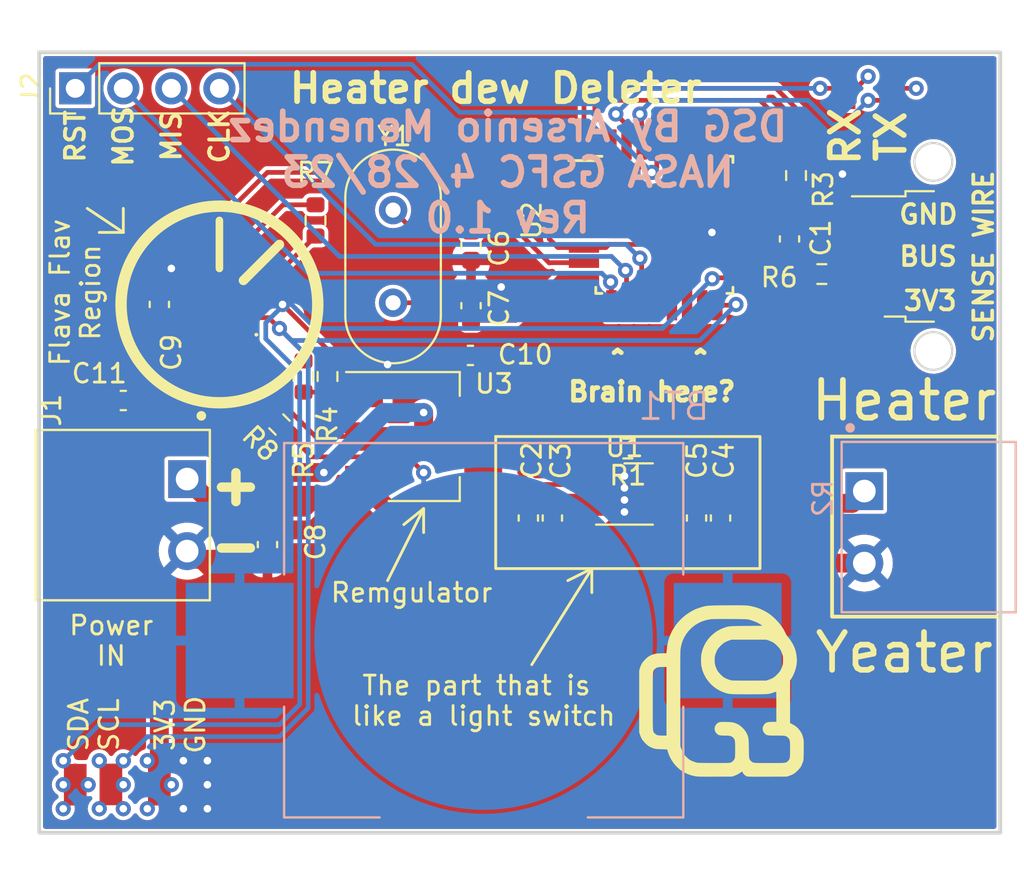
<source format=kicad_pcb>
(kicad_pcb (version 20211014) (generator pcbnew)

  (general
    (thickness 1.6)
  )

  (paper "A4")
  (layers
    (0 "F.Cu" signal)
    (31 "B.Cu" signal)
    (32 "B.Adhes" user "B.Adhesive")
    (33 "F.Adhes" user "F.Adhesive")
    (34 "B.Paste" user)
    (35 "F.Paste" user)
    (36 "B.SilkS" user "B.Silkscreen")
    (37 "F.SilkS" user "F.Silkscreen")
    (38 "B.Mask" user)
    (39 "F.Mask" user)
    (40 "Dwgs.User" user "User.Drawings")
    (41 "Cmts.User" user "User.Comments")
    (42 "Eco1.User" user "User.Eco1")
    (43 "Eco2.User" user "User.Eco2")
    (44 "Edge.Cuts" user)
    (45 "Margin" user)
    (46 "B.CrtYd" user "B.Courtyard")
    (47 "F.CrtYd" user "F.Courtyard")
    (48 "B.Fab" user)
    (49 "F.Fab" user)
    (50 "User.1" user)
    (51 "User.2" user)
    (52 "User.3" user)
    (53 "User.4" user)
    (54 "User.5" user)
    (55 "User.6" user)
    (56 "User.7" user)
    (57 "User.8" user)
    (58 "User.9" user)
  )

  (setup
    (stackup
      (layer "F.SilkS" (type "Top Silk Screen"))
      (layer "F.Paste" (type "Top Solder Paste"))
      (layer "F.Mask" (type "Top Solder Mask") (thickness 0.01))
      (layer "F.Cu" (type "copper") (thickness 0.035))
      (layer "dielectric 1" (type "core") (thickness 1.51) (material "FR4") (epsilon_r 4.5) (loss_tangent 0.02))
      (layer "B.Cu" (type "copper") (thickness 0.035))
      (layer "B.Mask" (type "Bottom Solder Mask") (thickness 0.01))
      (layer "B.Paste" (type "Bottom Solder Paste"))
      (layer "B.SilkS" (type "Bottom Silk Screen"))
      (copper_finish "ENIG")
      (dielectric_constraints no)
    )
    (pad_to_mask_clearance 0)
    (pcbplotparams
      (layerselection 0x00010fc_ffffffff)
      (disableapertmacros false)
      (usegerberextensions false)
      (usegerberattributes true)
      (usegerberadvancedattributes true)
      (creategerberjobfile true)
      (svguseinch false)
      (svgprecision 6)
      (excludeedgelayer true)
      (plotframeref false)
      (viasonmask false)
      (mode 1)
      (useauxorigin false)
      (hpglpennumber 1)
      (hpglpenspeed 20)
      (hpglpendiameter 15.000000)
      (dxfpolygonmode true)
      (dxfimperialunits true)
      (dxfusepcbnewfont true)
      (psnegative false)
      (psa4output false)
      (plotreference true)
      (plotvalue true)
      (plotinvisibletext false)
      (sketchpadsonfab false)
      (subtractmaskfromsilk false)
      (outputformat 1)
      (mirror false)
      (drillshape 1)
      (scaleselection 1)
      (outputdirectory "")
    )
  )

  (net 0 "")
  (net 1 "+3V3")
  (net 2 "/SCL")
  (net 3 "/SDA")
  (net 4 "/WakeAlarm")
  (net 5 "GND")
  (net 6 "Net-(BT1-Pad1)")
  (net 7 "+12V")
  (net 8 "Net-(C6-Pad2)")
  (net 9 "Net-(C7-Pad1)")
  (net 10 "unconnected-(U1-Pad1)")
  (net 11 "/HeaterCTL")
  (net 12 "unconnected-(U1-Pad9)")
  (net 13 "Net-(R1-Pad1)")
  (net 14 "/MOSI")
  (net 15 "/MISO")
  (net 16 "/CLK")
  (net 17 "unconnected-(U2-Pad12)")
  (net 18 "unconnected-(U2-Pad13)")
  (net 19 "unconnected-(U2-Pad14)")
  (net 20 "unconnected-(U2-Pad15)")
  (net 21 "unconnected-(U2-Pad19)")
  (net 22 "unconnected-(U2-Pad20)")
  (net 23 "unconnected-(U2-Pad22)")
  (net 24 "unconnected-(U2-Pad23)")
  (net 25 "unconnected-(U2-Pad24)")
  (net 26 "unconnected-(U2-Pad25)")
  (net 27 "unconnected-(U2-Pad26)")
  (net 28 "unconnected-(U2-Pad27)")
  (net 29 "unconnected-(U2-Pad28)")
  (net 30 "/TEMPSense")
  (net 31 "/Heater")
  (net 32 "/Reset")
  (net 33 "/TX")
  (net 34 "/RX")
  (net 35 "unconnected-(1111-Pad4)")
  (net 36 "Net-(R7-Pad1)")
  (net 37 "unconnected-(1111-Pad9)")
  (net 38 "Net-(R8-Pad2)")

  (footprint "Capacitor_SMD:C_0603_1608Metric" (layer "F.Cu") (at 107.95 116.205 -90))

  (footprint "Package_TO_SOT_SMD:SOT-223-3_TabPin2" (layer "F.Cu") (at 121.92 123.19))

  (footprint "Connector_PinHeader_2.54mm:PinHeader_1x04_P2.54mm_Vertical" (layer "F.Cu") (at 103.505 104.775 90))

  (footprint "Capacitor_SMD:C_0603_1608Metric" (layer "F.Cu") (at 106.045 121.285))

  (footprint "footprints:10mm Crewmate" (layer "F.Cu") (at 138.43 136.525))

  (footprint "Package_QFP:TQFP-32_7x7mm_P0.8mm" (layer "F.Cu") (at 134.645 111.995))

  (footprint "Generic:RX8130CE" (layer "F.Cu") (at 111.125 116.205 90))

  (footprint (layer "F.Cu") (at 109.842482 141.598741 90))

  (footprint "Capacitor_SMD:C_0603_1608Metric" (layer "F.Cu") (at 127.455 127.5 -90))

  (footprint "Resistor_SMD:R_0603_1608Metric" (layer "F.Cu") (at 115.57 120.015 -90))

  (footprint "Resistor_SMD:R_0603_1608Metric" (layer "F.Cu") (at 114.3 122.555 135))

  (footprint "Resistor_SMD:R_0603_1608Metric" (layer "F.Cu") (at 142.968648 114.59781 180))

  (footprint "Capacitor_SMD:C_0603_1608Metric" (layer "F.Cu") (at 124.425 116.27 90))

  (footprint "Capacitor_SMD:C_0603_1608Metric" (layer "F.Cu") (at 141.26 112.74 90))

  (footprint "Capacitor_SMD:C_0603_1608Metric" (layer "F.Cu") (at 124.425 113.095 90))

  (footprint "Generic:TO-252-3_Cable" (layer "F.Cu") (at 149.86 113.665))

  (footprint "Resistor_SMD:R_0603_1608Metric" (layer "F.Cu") (at 116.84 120.015 -90))

  (footprint (layer "F.Cu") (at 144.145 104.775 90))

  (footprint "Capacitor_SMD:C_0603_1608Metric" (layer "F.Cu") (at 124.392443 118.89983 180))

  (footprint "Resistor_SMD:R_0603_1608Metric" (layer "F.Cu") (at 141.605 109.386483 -90))

  (footprint "footprints:PHOENIX_1803277" (layer "F.Cu") (at 109.42 127.34525 -90))

  (footprint (layer "F.Cu") (at 103.505 141.605 90))

  (footprint "Capacitor_SMD:C_0603_1608Metric" (layer "F.Cu") (at 113.665 128.905 90))

  (footprint (layer "F.Cu") (at 107.95 141.605 90))

  (footprint "Resistor_SMD:R_0603_1608Metric" (layer "F.Cu") (at 132.715 123.825 180))

  (footprint "Crystal:Crystal_HC18-U_Vertical" (layer "F.Cu") (at 120.305 116.115 90))

  (footprint (layer "F.Cu") (at 146.685 104.775 90))

  (footprint (layer "F.Cu") (at 105.389311 141.589753 90))

  (footprint "Capacitor_SMD:C_0603_1608Metric" (layer "F.Cu") (at 128.725 127.5 -90))

  (footprint "Capacitor_SMD:C_0603_1608Metric" (layer "F.Cu") (at 136.345 127.5 -90))

  (footprint "Package_DFN_QFN:DFN-10-1EP_3x3mm_P0.5mm_EP1.75x2.7mm" (layer "F.Cu") (at 132.535 126.23))

  (footprint "Capacitor_SMD:C_0603_1608Metric" (layer "F.Cu") (at 137.615 127.5 -90))

  (footprint "Resistor_SMD:R_0603_1608Metric" (layer "F.Cu") (at 116.205 111.76 90))

  (footprint "footprints:PHOENIX_1803277" (layer "B.Cu") (at 145.215 127.98025 -90))

  (footprint "Generic:BAT_BAT-HLD-003-SMT" (layer "B.Cu") (at 125.095 133.985 180))

  (gr_rect (start 125.73 123.19) (end 139.7 130.175) (layer "F.SilkS") (width 0.15) (fill none) (tstamp 1ae68868-6484-4b40-9c5f-761ddd006efa))
  (gr_line (start 121.92 127) (end 121.92 128.27) (layer "F.SilkS") (width 0.15) (tstamp 2d58ad45-cbb3-42e4-8475-5870310b74ca))
  (gr_line (start 106.045 112.395) (end 106.045 111.125) (layer "F.SilkS") (width 0.15) (tstamp 428f9b41-3c9b-4f6a-9549-8fd4b4507c91))
  (gr_line (start 106.045 112.395) (end 104.775 112.395) (layer "F.SilkS") (width 0.15) (tstamp 4ceb3c01-beda-419d-af84-ac2de1819020))
  (gr_circle (center 111.125 116.205) (end 116.325 116.205) (layer "F.SilkS") (width 0.6) (fill none) (tstamp 58b1d330-6123-43da-bce8-501296f59d94))
  (gr_line (start 111.125 114.3) (end 111.125 111.76) (layer "F.SilkS") (width 0.4) (tstamp 6cafa47c-d77f-4a3e-9fd4-ebe61cea46af))
  (gr_line (start 121.92 127) (end 120.015 130.81) (layer "F.SilkS") (width 0.15) (tstamp 7e0efd25-c629-467a-b17f-b7cab7f914c7))
  (gr_line (start 112.395 114.935) (end 114.3 113.03) (layer "F.SilkS") (width 0.5) (tstamp b3bc8025-392c-4c6a-a6c6-0b674bf4efaf))
  (gr_rect (start 143.51 123.19) (end 152.4 132.715) (layer "F.SilkS") (width 0.2) (fill none) (tstamp bb7547d4-a8cc-452c-a040-042465f2ea4d))
  (gr_line (start 130.81 130.175) (end 129.54 130.81) (layer "F.SilkS") (width 0.15) (tstamp c77487cb-f852-4d46-bce2-5141ad17de6a))
  (gr_line (start 130.81 130.175) (end 127.635 135.255) (layer "F.SilkS") (width 0.15) (tstamp cd947ce6-5f1d-4c23-8c2b-2e1e7fda4810))
  (gr_line (start 104.14 111.125) (end 106.045 112.395) (layer "F.SilkS") (width 0.15) (tstamp d20f1979-df24-4ea0-a588-b02946759920))
  (gr_line (start 121.92 127) (end 120.87237 127.847772) (layer "F.SilkS") (width 0.15) (tstamp daf7f923-0688-493a-98cb-9b0ebc0a485f))
  (gr_line (start 130.81 130.175) (end 130.81 131.445) (layer "F.SilkS") (width 0.15) (tstamp dfb081c0-5772-4d83-8820-4eacb40adc81))
  (gr_rect (start 101.6 102.87) (end 152.4 144.145) (layer "Edge.Cuts") (width 0.2) (fill none) (tstamp a9e565d4-c67c-473d-9359-1b94f048013b))
  (gr_text "DSG By Arsenio Menendez\nNASA GSFC 4/28/23\nRev 1.0" (at 126.365 109.22) (layer "B.SilkS") (tstamp 1fbf56cb-9120-4038-ba19-273afe4320c3)
    (effects (font (size 1.5 1.5) (thickness 0.3)) (justify mirror))
  )
  (gr_text "SENSE WIRE\n" (at 151.520956 113.672272 90) (layer "F.SilkS") (tstamp 095617bb-d3cd-414c-a7c8-2511aa640cef)
    (effects (font (size 1 1) (thickness 0.2)))
  )
  (gr_text " ^     ^\nBrain here?" (at 133.985 120.015) (layer "F.SilkS") (tstamp 106611d3-f661-4762-9f4b-af19dafb1e6f)
    (effects (font (size 1 1) (thickness 0.25)))
  )
  (gr_text "The part that is \nlike a light switch" (at 125.095 137.16) (layer "F.SilkS") (tstamp 19f71b4c-fe6e-4580-9455-159a1103ce9f)
    (effects (font (size 1 1) (thickness 0.15)))
  )
  (gr_text "Heater dew Deleter\n" (at 125.73 104.775) (layer "F.SilkS") (tstamp 1dd10a18-6c08-4a8b-aa8c-d3f3e87c3162)
    (effects (font (size 1.5 1.5) (thickness 0.3)))
  )
  (gr_text "Remgulator\n" (at 121.285 131.445) (layer "F.SilkS") (tstamp 1f91de75-48b4-4293-bcb0-e46d3b007c05)
    (effects (font (size 1 1) (thickness 0.15)))
  )
  (gr_text "Yeater" (at 147.32 134.62) (layer "F.SilkS") (tstamp 2a1bb463-7824-4233-985a-46fc30e27975)
    (effects (font (size 2 2) (thickness 0.3)))
  )
  (gr_text "GND\n" (at 148.600668 111.444681) (layer "F.SilkS") (tstamp 33ee6a1f-e628-4cbb-aef4-ec0d1bf0b569)
    (effects (font (size 1 1) (thickness 0.2)))
  )
  (gr_text "CLK\n" (at 111.125 107.315 90) (layer "F.SilkS") (tstamp 43fa0094-1e8f-4a24-95d8-357fd40b901c)
    (effects (font (size 1 1) (thickness 0.2)))
  )
  (gr_text "RX\nTX" (at 145.415 107.315 90) (layer "F.SilkS") (tstamp 773127eb-8d3c-4aa3-986f-67ee4e55d416)
    (effects (font (size 1.5 1.5) (thickness 0.3)))
  )
  (gr_text "3V3" (at 148.697639 116.012028) (layer "F.SilkS") (tstamp 98dc15b0-fea5-44cd-b6b0-1ec23288f77e)
    (effects (font (size 1 1) (thickness 0.2)))
  )
  (gr_text "MOS\n" (at 106.045 107.315 90) (layer "F.SilkS") (tstamp a3af2cec-22a2-4383-9678-7aa3e7f4567c)
    (effects (font (size 1 1) (thickness 0.2)))
  )
  (gr_text "Power\nIN" (at 105.41 133.985) (layer "F.SilkS") (tstamp a81abc75-8ba8-43f8-9a59-323e5c855fc6)
    (effects (font (size 1 1) (thickness 0.15)))
  )
  (gr_text "MIS\n" (at 108.585 107.315 90) (layer "F.SilkS") (tstamp bbcca7aa-036c-4bcd-b18b-186776def524)
    (effects (font (size 1 1) (thickness 0.2)))
  )
  (gr_text "3V3\nGND\n\n" (at 109.855 138.43 90) (layer "F.SilkS") (tstamp cd27c6c6-5abe-4515-8b55-0009ce89610a)
    (effects (font (size 1 1) (thickness 0.15)))
  )
  (gr_text "BUS\n" (at 148.59 113.665) (layer "F.SilkS") (tstamp cfbd28b7-da3a-428b-816f-9bae776da58d)
    (effects (font (size 1 1) (thickness 0.2)))
  )
  (gr_text "SDA\nSCL\n" (at 104.487575 138.43 90) (layer "F.SilkS") (tstamp d3b1973c-3ec6-4421-a552-e57665a4f521)
    (effects (font (size 1 1) (thickness 0.15)))
  )
  (gr_text "RST" (at 103.505 107.315 90) (layer "F.SilkS") (tstamp d3bec098-df8a-4bae-af8b-e3db7734ba3b)
    (effects (font (size 1 1) (thickness 0.2)))
  )
  (gr_text "+\n-" (at 111.997741 127.339561) (layer "F.SilkS") (tstamp e4e37506-3eb6-4bc3-b6bb-649d22e6676d)
    (effects (font (size 2 2) (thickness 0.5)))
  )
  (gr_text "Flava Flav\nRegion" (at 103.505 115.57 90) (layer "F.SilkS") (tstamp f43a46d2-d25e-47f1-91d4-14b00dccf693)
    (effects (font (size 1 1) (thickness 0.15)))
  )

  (segment (start 141.605 110.211483) (end 142.24 110.846483) (width 0.25) (layer "F.Cu") (net 1) (tstamp 02de2a4d-f341-466c-8743-3b0519a18157))
  (segment (start 141.26 115.225) (end 141.98 115.945) (width 0.25) (layer "F.Cu") (net 1) (tstamp 03927eb6-4d84-40e3-bffa-ed84b9fa8116))
  (segment (start 137.734695 113.995) (end 138.895 113.995) (width 0.25) (layer "F.Cu") (net 1) (tstamp 16664021-e31a-4b60-b1b9-4900a4665ccd))
  (segment (start 118.11 123.19) (end 118.77 123.19) (width 0.25) (layer "F.Cu") (net 1) (tstamp 16e5bb06-8033-4441-9482-da63d61ff29e))
  (segment (start 130.395 111.595) (end 129.07 111.595) (width 0.25) (layer "F.Cu") (net 1) (tstamp 177f2483-c5f7-453c-8575-071ca13c3d06))
  (segment (start 116.84 121.92) (end 118.11 123.19) (width 0.25) (layer "F.Cu") (net 1) (tstamp 1926904e-8061-4dff-8e70-c27ae1fea71a))
  (segment (start 139.7 119.38) (end 143.135 115.945) (width 1) (layer "F.Cu") (net 1) (tstamp 1a98c209-116f-4b32-907f-5bb645980e58))
  (segment (start 128.56 112.74) (end 129.015 113.195) (width 0.25) (layer "F.Cu") (net 1) (tstamp 1b29306c-54b8-4226-9e69-8c851932a901))
  (segment (start 112.125 119.11) (end 116.205 123.19) (width 0.25) (layer "F.Cu") (net 1) (tstamp 1ebcfb81-b6b9-4692-88ec-a63c6c9b1fab))
  (segment (start 107.95 141.605) (end 108.585 141.605) (width 0.25) (layer "F.Cu") (net 1) (tstamp 1f0a645a-a7ab-4373-af0c-b5aeeef6b401))
  (segment (start 111.425 117.755) (end 112.125 117.755) (width 0.25) (layer "F.Cu") (net 1) (tstamp 1fa5bba3-940c-4a3c-9671-e820e1a6ede7))
  (segment (start 107.95 141.605) (end 107.95 142.24) (width 0.25) (layer "F.Cu") (net 1) (tstamp 26ecb052-5d45-4327-aa24-d6aefbc9c75a))
  (segment (start 108.725 116.205) (end 107.95 116.98) (width 0.25) (layer "F.Cu") (net 1) (tstamp 29f703b1-9f1f-4e7c-9844-eb47544fe728))
  (segment (start 143.135 115.945) (end 145.66 115.945) (width 1) (layer "F.Cu") (net 1) (tstamp 2a943998-dbd6-42ef-b1c4-dc987e74cf4b))
  (segment (start 115.57 120.84) (end 116.84 120.84) (width 0.25) (layer "F.Cu") (net 1) (tstamp 2c2fb183-7b2c-40ba-8e4d-4713d8eb2a77))
  (segment (start 112.125 117.755) (end 112.125 119.11) (width 0.25) (layer "F.Cu") (net 1) (tstamp 2e293647-e13a-4585-b6da-432837bc48e2))
  (segment (start 125.07 123.19) (end 125.07 121.945) (width 1) (layer "F.Cu") (net 1) (tstamp 2f987ebb-8305-4259-89cb-1beb3aec4e37))
  (segment (start 110.125 116.205) (end 108.725 116.205) (width 0.25) (layer "F.Cu") (net 1) (tstamp 34d6e46e-bf59-4ae2-b22a-f9f559275160))
  (segment (start 131.555 113.195) (end 131.72 113.03) (width 0.25) (layer "F.Cu") (net 1) (tstamp 3789c15a-422b-4b6a-98bc-80d4432dfe74))
  (segment (start 141.26 113.515) (end 141.26 115.225) (width 0.25) (layer "F.Cu") (net 1) (tstamp 42a67741-fa16-4cf4-b0db-fbbed9084d48))
  (segment (start 141.98 115.945) (end 145.66 115.945) (width 0.25) (layer "F.Cu") (net 1) (tstamp 49c50441-b330-4c91-9a0d-b1cbff1be9d8))
  (segment (start 129.015 113.195) (end 130.395 113.195) (width 0.25) (layer "F.Cu") (net 1) (tstamp 4fc091a4-2519-48c5-a95b-a20b888d869a))
  (segment (start 142.24 110.846483) (end 142.24 112.7125) (width 0.25) (layer "F.Cu") (net 1) (tstamp 501af236-1da4-468b-b2e0-3fd21381d3e5))
  (segment (start 142.143648 114.59781) (end 142.143648 114.953648) (width 0.25) (layer "F.Cu") (net 1) (tstamp 52403162-3912-4136-982b-6390e2c2870d))
  (segment (start 142.143648 114.953648) (end 143.135 115.945) (width 0.25) (layer "F.Cu") (net 1) (tstamp 52b28707-fc2b-413f-b79f-250d18e7fc8a))
  (segment (start 116.645 125.095) (end 113.03 125.095) (width 1) (layer "F.Cu") (net 1) (tstamp 545b26f6-ae29-4925-8305-7a5b247fc9c4))
  (segment (start 116.84 120.84) (end 116.84 121.92) (width 0.25) (layer "F.Cu") (net 1) (tstamp 5636104d-82f6-4876-a8e5-3cb80c47cc3c))
  (segment (start 107.95 141.605) (end 107.95 140.97) (width 0.25) (layer "F.Cu") (net 1) (tstamp 569dd861-61de-4fb6-a0d9-dbfaebd307a9))
  (segment (start 140.78 113.995) (end 138.895 113.995) (width 0.25) (layer "F.Cu") (net 1) (tstamp 573d763e-c5c4-4a25-8a19-3360c1323965))
  (segment (start 128.56 112.105) (end 128.56 112.74) (width 0.25) (layer "F.Cu") (net 1) (tstamp 5c24ba06-f74b-4975-8586-ef0def46c30d))
  (segment (start 127.635 119.38) (end 139.7 119.38) (width 1) (layer "F.Cu") (net 1) (tstamp 5cb97b10-79e7-4a0b-9671-06abf0f97d17))
  (segment (start 107.95 140.97) (end 107.315 140.335) (width 0.25) (layer "F.Cu") (net 1) (tstamp 656c1366-3d31-4d4a-b86e-afed31829dae))
  (segment (start 142.24 112.7125) (end 141.4375 113.515) (width 0.25) (layer "F.Cu") (net 1) (tstamp 6f138362-8faa-4f40-a7b7-73b7e22a294c))
  (segment (start 131.72 113.03) (end 136.769695 113.03) (width 0.25) (layer "F.Cu") (net 1) (tstamp 764771cf-031c-43f9-bc5e-098212c1f871))
  (segment (start 125.167443 118.89983) (end 125.07 118.997273) (width 0.25) (layer "F.Cu") (net 1) (tstamp 7ce47434-d177-46ff-8965-47352fbfead1))
  (segment (start 125.07 118.997273) (end 125.07 123.19) (width 0.25) (layer "F.Cu") (net 1) (tstamp 8070bcd7-15af-4cc9-9073-e0f65f034397))
  (segment (start 107.95 122.555) (end 106.68 123.825) (width 1) (layer "F.Cu") (net 1) (tstamp 90719eb9-aa1b-43ee-99af-e3a73c092d7f))
  (segment (start 111.125 114.3) (end 114.49 110.935) (width 0.25) (layer "F.Cu") (net 1) (tstamp 9209f263-1bd1-46f7-a5b1-e58359025a36))
  (segment (start 106.68 136.525) (end 107.95 137.795) (width 1) (layer "F.Cu") (net 1) (tstamp 9a303b15-01a8-41dc-9716-a14f44fee21d))
  (segment (start 136.769695 113.03) (end 137.734695 113.995) (width 0.25) (layer "F.Cu") (net 1) (tstamp 9e5ca773-1e20-447a-aa88-cbaa2cbcfdf4))
  (segment (start 107.95 142.24) (end 107.315 142.875) (width 0.25) (layer "F.Cu") (net 1) (tstamp a39adc1a-4b3c-4d00-909d-a2c9f363f9e2))
  (segment (start 118.77 123.19) (end 121.92 123.19) (width 1) (layer "F.Cu") (net 1) (tstamp acba2a75-b1cd-43b9-a3d2-9dc3f04714e7))
  (segment (start 107.95 137.795) (end 107.95 141.605) (width 1) (layer "F.Cu") (net 1) (tstamp b0e39cd4-2f5d-4a3f-8a6d-7c32b53191d9))
  (segment (start 106.68 123.825) (end 106.68 136.525) (width 1) (layer "F.Cu") (net 1) (tstamp b51f5e3a-ada4-4b40-9dfe-d47459e0620d))
  (segment (start 130.395 113.195) (end 131.555 113.195) (width 0.25) (layer "F.Cu") (net 1) (tstamp b6f3bc2f-de7c-4c63-95c0-6373dd7d0c7c))
  (segment (start 110.125 116.205) (end 110.725 116.205) (width 0.25) (layer "F.Cu") (net 1) (tstamp b997c9ff-864a-4089-88dd-f96aabe4122f))
  (segment (start 111.125 116.605) (end 111.125 117.455) (width 0.25) (layer "F.Cu") (net 1) (tstamp bb242cd0-bd1a-447a-9788-d4511fc2c4fb))
  (segment (start 111.125 115.905) (end 111.125 114.3) (width 0.25) (layer "F.Cu") (net 1) (tstamp be551091-c995-410a-9a71-066c210d292b))
  (segment (start 121.92 123.19) (end 121.92 121.92) (width 1) (layer "F.Cu") (net 1) (tstamp c113a7ab-3ca9-4924-8b2b-b2d2a9283747))
  (segment (start 113.03 125.095) (end 110.49 122.555) (width 1) (layer "F.Cu") (net 1) (tstamp c23d17bd-aa01-40f4-b067-8e171d95cea0))
  (segment (start 121.92 123.19) (end 125.07 123.19) (width 1) (layer "F.Cu") (net 1) (tstamp c491fe76-e50d-4dc6-a164-b909b00166ba))
  (segment (start 114.49 110.935) (end 116.205 110.935) (width 0.25) (layer "F.Cu") (net 1) (tstamp c6c71e12-9873-42a1-bce6-cc761c0c6e7a))
  (segment (start 110.725 116.205) (end 111.125 116.605) (width 0.25) (layer "F.Cu") (net 1) (tstamp cfcfe9c3-4fcb-4c86-ae23-061f0b03901e))
  (segment (start 141.4375 113.515) (end 141.26 113.515) (width 0.25) (layer "F.Cu") (net 1) (tstamp d2e3f70d-19fa-4e84-af13-63001a23d383))
  (segment (start 111.125 117.455) (end 111.425 117.755) (width 0.25) (layer "F.Cu") (net 1) (tstamp d2ffb375-8445-4bf1-8927-b0b768aea52d))
  (segment (start 141.26 113.515) (end 140.78 113.995) (width 0.25) (layer "F.Cu") (net 1) (tstamp d392d5ed-7753-455d-a9ab-c34ce1c09e1f))
  (segment (start 110.49 122.555) (end 107.95 122.555) (width 1) (layer "F.Cu") (net 1) (tstamp e1415b1f-86ca-4078-b8d6-af031bb9c094))
  (segment (start 110.125 116.205) (end 110.825 116.205) (width 0.25) (layer "F.Cu") (net 1) (tstamp e6efd58d-51dc-45fe-9192-5f490f593891))
  (segment (start 116.205 123.19) (end 118.77 123.19) (width 0.25) (layer "F.Cu") (net 1) (tstamp f2d3dcb2-246d-4c0d-b69f-79169faa214f))
  (segment (start 110.825 116.205) (end 111.125 115.905) (width 0.25) (layer "F.Cu") (net 1) (tstamp f74b393c-f997-4401-a9ae-1bfea28efbc9))
  (segment (start 125.07 121.945) (end 127.635 119.38) (width 1) (layer "F.Cu") (net 1) (tstamp f797b994-037b-407e-aaac-ba74e12df455))
  (segment (start 129.07 111.595) (end 128.56 112.105) (width 0.25) (layer "F.Cu") (net 1) (tstamp fca12f10-42fe-4ff9-8c2d-c98054ae7a2e))
  (via (at 108.585 141.605) (size 0.8) (drill 0.4) (layers "F.Cu" "B.Cu") (net 1) (tstamp 0019803e-8d83-4919-b2bd-2eba7d341cf1))
  (via (at 107.315 142.875) (size 0.8) (drill 0.4) (layers "F.Cu" "B.Cu") (net 1) (tstamp 26623500-0bba-4200-a268-5ea7e5d116f5))
  (via (at 116.645 125.095) (size 0.8) (drill 0.4) (layers "F.Cu" "B.Cu") (net 1) (tstamp 521e410f-9247-40e2-b5b1-382d1ce7665e))
  (via (at 107.315 140.335) (size 0.8) (drill 0.4) (layers "F.Cu" "B.Cu") (net 1) (tstamp af4e2cdb-8b09-4bb9-8535-780fcdbac661))
  (via (at 121.92 121.92) (size 0.8) (drill 0.4) (layers "F.Cu" "B.Cu") (net 1) (tstamp b6376865-2789-42b7-8614-591e3c704af7))
  (segment (start 121.92 121.92) (end 119.82 121.92) (width 1) (layer "B.Cu") (net 1) (tstamp d05af424-bcd7-4e20-b43d-4f60c419488a))
  (segment (start 119.82 121.92) (end 116.645 125.095) (width 1) (layer "B.Cu") (net 1) (tstamp fcb9a3bf-b5b0-4186-b98a-7653b9e3707a))
  (segment (start 105.389311 142.260689) (end 104.775 142.875) (width 0.25) (layer "F.Cu") (net 2) (tstamp 0dc656d5-c7e8-4010-bf34-ecd890956891))
  (segment (start 106.029753 141.589753) (end 106.045 141.605) (width 0.25) (layer "F.Cu") (net 2) (tstamp 1001414f-fa16-4a75-a815-fe1ca14eaf71))
  (segment (start 115.57 119.19) (end 115.57 118.745) (width 0.25) (layer "F.Cu") (net 2) (tstamp 2b9b82d6-f066-4e0e-86f3-669414bb7467))
  (segment (start 137.445 116.245) (end 138.39 116.245) (width 0.25) (layer "F.Cu") (net 2) (tstamp 708f71cb-5f54-46ef-9da4-9fb56fd7c44c))
  (segment (start 105.389311 142.219311) (end 106.045 142.875) (width 0.25) (layer "F.Cu") (net 2) (tstamp 767bd768-2b2c-4a32-b0a5-d1587aaa4863))
  (segment (start 105.389311 140.990689) (end 106.045 140.335) (width 0.25) (layer "F.Cu") (net 2) (tstamp 77b8b631-fa9e-4090-a232-f1c490eb02f1))
  (segment (start 105.389311 141.589753) (end 105.389311 142.219311) (width 0.25) (layer "F.Cu") (net 2) (tstamp 7c9707a0-de69-447a-88d0-34a18168be06))
  (segment (start 112.125 116.905) (end 113.73 116.905) (width 0.25) (layer "F.Cu") (net 2) (tstamp 8635d184-d194-46fa-8d9b-668e4a2536b2))
  (segment (start 105.389311 141.589753) (end 105.389311 140.990689) (width 0.25) (layer "F.Cu") (net 2) (tstamp 88a8d1a5-14ec-4756-9ec2-52780096b121))
  (segment (start 113.73 116.905) (end 114.3 117.475) (width 0.25) (layer "F.Cu") (net 2) (tstamp 8ecadb36-1917-4e53-9fad-64b3d0ac77ab))
  (segment (start 105.389311 141.589753) (end 105.389311 140.949311) (width 0.25) (layer "F.Cu") (net 2) (tstamp 970dce6c-efaa-4ef3-83dc-f821ecd71e36))
  (segment (start 105.389311 140.949311) (end 104.775 140.335) (width 0.25) (layer "F.Cu") (net 2) (tstamp 981146b2-e614-4b00-a64a-a679703c6cf3))
  (segment (start 138.39 116.245) (end 138.43 116.205) (width 0.25) (layer "F.Cu") (net 2) (tstamp ac02dfe8-c9b3-4880-8a3d-6802a484de32))
  (segment (start 105.389311 141.589753) (end 106.029753 141.589753) (width 0.25) (layer "F.Cu") (net 2) (tstamp d24b2ce4-b648-46e0-8ca5-d5f483e69e85))
  (segment (start 115.57 118.745) (end 114.3 117.475) (width 0.25) (layer "F.Cu") (net 2) (tstamp e9cfe7cb-bf92-4c02-8fee-0565c16a9f64))
  (segment (start 105.389311 141.589753) (end 105.389311 142.260689) (width 0.25) (layer "F.Cu") (net 2) (tstamp fedefa5f-7243-44bb-80f5-9f4272015af5))
  (via (at 138.43 116.205) (size 0.8) (drill 0.4) (layers "F.Cu" "B.Cu") (net 2) (tstamp 45679dfd-7f5c-4f12-80f1-ad6add36966c))
  (via (at 106.045 140.335) (size 0.8) (drill 0.4) (layers "F.Cu" "B.Cu") (net 2) (tstamp 92bd7e81-5b49-4429-ae81-51df4832eaf1))
  (via (at 104.775 142.875) (size 0.8) (drill 0.4) (layers "F.Cu" "B.Cu") (net 2) (tstamp 979f9aa3-62b0-4fa6-b2b0-4339830eca7a))
  (via (at 114.3 117.475) (size 0.8) (drill 0.4) (layers "F.Cu" "B.Cu") (net 2) (tstamp a284f11e-af92-4792-a999-5af731d5162d))
  (via (at 106.045 142.875) (size 0.8) (drill 0.4) (layers "F.Cu" "B.Cu") (net 2) (tstamp d762d881-a723-4cb6-a88b-2937f740fe00))
  (via (at 106.045 141.605) (size 0.8) (drill 0.4) (layers "F.Cu" "B.Cu") (net 2) (tstamp d9afeb57-4006-4639-aca5-1d66625ed7fa))
  (via (at 106.045 140.335) (size 0.8) (drill 0.4) (layers "F.Cu" "B.Cu") (net 2) (tstamp e4fa5e00-4471-4c8a-9408-3c275f506154))
  (via (at 104.775 140.335) (size 0.8) (drill 0.4) (layers "F.Cu" "B.Cu") (net 2) (tstamp f58b2066-51b5-41fb-9a83-4e5f26c6c9c6))
  (segment (start 106.045 140.335) (end 107.315 139.065) (width 0.25) (layer "B.Cu") (net 2) (tstamp 15b7411a-4f87-4957-8bd1-16358a6fc83b))
  (segment (start 136.525 118.11) (end 138.43 116.205) (width 0.25) (layer "B.Cu") (net 2) (tstamp 3faba8d3-0230-4b88-b2ce-a4c525886368))
  (segment (start 115.82 137.545) (end 115.82 118.995) (width 0.25) (layer "B.Cu") (net 2) (tstamp 6ce79ec9-1bb6-4276-9b62-c92a8a8063fe))
  (segment (start 114.935 118.11) (end 136.525 118.11) (width 0.25) (layer "B.Cu") (net 2) (tstamp b1ef34d3-fcda-460c-b243-facc973fbeeb))
  (segment (start 114.3 117.475) (end 114.935 118.11) (width 0.25) (layer "B.Cu") (net 2) (tstamp cf139878-1be0-47fa-93b3-3f81d6278f05))
  (segment (start 107.315 139.065) (end 114.3 139.065) (width 0.25) (layer "B.Cu") (net 2) (tstamp dda23f4b-aa3c-4fcc-9850-6630f129d5ce))
  (segment (start 115.82 118.995) (end 114.3 117.475) (width 0.25) (layer "B.Cu") (net 2) (tstamp e95620a0-abf6-4293-9130-138a73e350b1))
  (segment (start 114.3 139.065) (end 115.82 137.545) (width 0.25) (layer "B.Cu") (net 2) (tstamp ee5f12bf-9e54-47aa-9022-d98495178d18))
  (segment (start 103.505 142.24) (end 102.87 142.875) (width 0.25) (layer "F.Cu") (net 3) (tstamp 23559c8e-59d6-464f-9220-478fe7d2ebf8))
  (segment (start 114.461255 116.205) (end 116.84 118.583745) (width 0.25) (layer "F.Cu") (net 3) (tstamp 54d90646-457f-434d-adc0-860ad861f5be))
  (segment (start 103.505 141.605) (end 103.505 142.24) (width 0.25) (layer "F.Cu") (net 3) (tstamp 630a13ff-e7d3-4010-aeb6-5533a0769afa))
  (segment (start 116.84 118.583745) (end 116.84 119.19) (width 0.25) (layer "F.Cu") (net 3) (tstamp 6694fe81-9358-45e0-96f8-192595a59d5f))
  (segment (start 103.505 141.605) (end 103.505 140.97) (width 0.25) (layer "F.Cu") (net 3) (tstamp 7079bf1e-b2d3-4ed4-bae4-dfe69b2f2eb2))
  (segment (start 103.505 141.605) (end 104.189809 141.605) (width 0.25) (layer "F.Cu") (net 3) (tstamp af8626de-8389-4002-88a6-4522d25306b2))
  (segment (start 103.505 141.605) (end 102.87 141.605) (width 0.25) (layer "F.Cu") (net 3) (tstamp cbe37ad4-5609-4d91-805a-d831a4a0d823))
  (segment (start 138.895 114.795) (end 137.225764 114.795) (width 0.25) (layer "F.Cu") (net 3) (tstamp d74b4b0e-2360-4821-9e48-37a8e1f3f5f8))
  (segment (start 137.225764 114.795) (end 137.175266 114.845498) (width 0.25) (layer "F.Cu") (net 3) (tstamp d90bd2d2-0d2b-4d96-b615-4658897adefa))
  (segment (start 103.505 141.605) (end 103.505 140.605497) (width 0.25) (layer "F.Cu") (net 3) (tstamp efc1bc98-5756-47fe-bb74-5976d476a658))
  (segment (start 114.461255 116.205) (end 112.125 116.205) (width 0.25) (layer "F.Cu") (net 3) (tstamp f6c95049-f6a8-4d60-b830-2b298a6003b5))
  (segment (start 103.505 140.97) (end 102.87 140.335) (width 0.25) (layer "F.Cu") (net 3) (tstamp fc3378be-ad5b-4ff8-b377-99b8ff23e7b8))
  (via (at 102.87 141.605) (size 0.8) (drill 0.4) (layers "F.Cu" "B.Cu") (net 3) (tstamp 07232ec6-e75c-4573-bcd0-f6b9b1c9b1ca))
  (via (at 102.87 142.875) (size 0.8) (drill 0.4) (layers "F.Cu" "B.Cu") (net 3) (tstamp 2b40b2ba-3de9-4989-bdcb-46eb69f1c020))
  (via (at 114.461255 116.205) (size 0.8) (drill 0.4) (layers "F.Cu" "B.Cu") (net 3) (tstamp 34d4f7ad-514c-4d76-9c96-b14a0ed148c6))
  (via (at 102.87 140.335) (size 0.8) (drill 0.4) (layers "F.Cu" "B.Cu") (net 3) (tstamp 41adc3c1-7513-4c84-a9c2-b31d43fd0422))
  (via (at 104.189809 141.605) (size 0.8) (drill 0.4) (layers "F.Cu" "B.Cu") (net 3) (tstamp 611ac17f-a817-4ea4-8fb7-b646429faa55))
  (via (at 137.175266 114.845498) (size 0.8) (drill 0.4) (layers "F.Cu" "B.Cu") (net 3) (tstamp 8012f4bc-668c-4bb2-9db0-6ab065ade6b9))
  (via (at 102.87 140.335) (size 0.8) (drill 0.4) (layers "F.Cu" "B.Cu") (net 3) (tstamp 8cebede8-d290-4778-849a-ff4ac619fea0))
  (segment (start 113.575 117.174695) (end 113.575 118.02) (width 0.25) (layer "B.Cu") (net 3) (tstamp 2053673b-8112-459c-b8fc-f684556ed368))
  (segment (start 115.37 119.815) (end 115.37 137.358604) (width 0.25) (layer "B.Cu") (net 3) (tstamp 2d6a3f33-9a2d-467d-8366-c09c9fc67d2b))
  (segment (start 113.575 118.02) (end 115.37 119.815) (width 0.25) (layer "B.Cu") (net 3) (tstamp 3d196c95-6564-4a64-bb45-aa850b08aa0c))
  (segment (start 114.461255 116.205) (end 114.461255 116.28844) (width 0.25) (layer "B.Cu") (net 3) (tstamp 4353410d-6132-43f2-9034-a4be9d57be6c))
  (segment (start 116.205 117.475) (end 134.545764 117.475) (width 0.25) (layer "B.Cu") (net 3) (tstamp 6fccf0c1-c906-4ee6-9ce4-d8a72518d06c))
  (segment (start 114.461255 116.205) (end 114.935 116.205) (width 0.25) (layer "B.Cu") (net 3) (tstamp 8c261ba1-5807-49aa-b1e4-dccbee379dff))
  (segment (start 114.935 116.205) (end 116.205 117.475) (width 0.25) (layer "B.Cu") (net 3) (tstamp 91221a16-15db-44ba-bc80-c48758f9782e))
  (segment (start 114.461255 116.28844) (end 113.575 117.174695) (width 0.25) (layer "B.Cu") (net 3) (tstamp 99aff1a6-bba5-4300-92ad-bbdf5a443b54))
  (segment (start 104.775 138.43) (end 102.87 140.335) (width 0.25) (layer "B.Cu") (net 3) (tstamp b3a63478-a867-4839-aa31-8182fece1e4d))
  (segment (start 134.545764 117.475) (end 137.175266 114.845498) (width 0.25) (layer "B.Cu") (net 3) (tstamp bdcf2201-4587-4f49-b972-dcff6090e8db))
  (segment (start 114.298604 138.43) (end 104.775 138.43) (width 0.25) (layer "B.Cu") (net 3) (tstamp c9a306cb-825a-49e0-b86d-613eaeb675ca))
  (segment (start 115.37 137.358604) (end 114.298604 138.43) (width 0.25) (layer "B.Cu") (net 3) (tstamp ea129aa7-2d2c-4a2f-81c8-95fea2caf390))
  (segment (start 113.665 109.22) (end 127 109.22) (width 0.25) (layer "F.Cu") (net 4) (tstamp 437d401d-5d80-4ad2-b4d9-fdd202288197))
  (segment (start 110.125 112.76) (end 113.665 109.22) (width 0.25) (layer "F.Cu") (net 4) (tstamp 472cfcb4-5a9f-49eb-a455-7cb19013c786))
  (segment (start 127.775 109.995) (end 130.395 109.995) (width 0.25) (layer "F.Cu") (net 4) (tstamp 6b9bf1ef-71e1-4027-9589-5c6bf511e111))
  (segment (start 127 109.22) (end 127.775 109.995) (width 0.25) (layer "F.Cu") (net 4) (tstamp 7c0ca4db-ab23-4d0d-969f-17dc35a978f7))
  (segment (start 110.125 114.655) (end 110.125 112.76) (width 0.25) (layer "F.Cu") (net 4) (tstamp d2bd75cd-97fc-4766-90c1-b930516c1f1e))
  (segment (start 132.535 127.18) (end 132.535 127.5) (width 1) (layer "F.Cu") (net 5) (tstamp 00fbe763-4ecc-4de8-a049-ed942b539183))
  (segment (start 132.535 125.275) (end 132.535 125.91) (width 0.25) (layer "F.Cu") (net 5) (tstamp 08ebf372-7fcb-4991-902b-d0e78e318898))
  (segment (start 132.535 125.91) (end 132.535 126.23) (width 0.25) (layer "F.Cu") (net 5) (tstamp 11ec0458-c53b-4fee-87ae-d8aad8db44ea))
  (segment (start 145.215 129.88525) (end 139.22525 129.88525) (width 1) (layer "F.Cu") (net 5) (tstamp 135414fb-6630-4990-845b-5558ca6c1868))
  (segment (start 141.26 111.965) (end 140.89 111.595) (width 0.25) (layer "F.Cu") (net 5) (tstamp 1446e9e5-fa75-4202-a2ef-64b7393feb2a))
  (segment (start 136.345 128.275) (end 137.615 128.275) (width 1) (layer "F.Cu") (net 5) (tstamp 18c9e8e3-771b-42c6-8b9d-a8c1a8710e22))
  (segment (start 144.057701 109.307299) (end 144.057701 109.782701) (width 0.25) (layer "F.Cu") (net 5) (tstamp 1aa0e3f5-36e3-42ef-924d-a31b0a73d7b7))
  (segment (start 105.27 121.285) (end 105.27 118.11) (width 0.25) (layer "F.Cu") (net 5) (tstamp 22f98574-d2b8-45cc-9a07-272b74736aad))
  (segment (start 109.842482 141.598741) (end 109.842482 142.252518) (width 0.25) (layer "F.Cu") (net 5) (tstamp 32eee06f-1c31-4960-a08c-8516ee6e82bd))
  (segment (start 109.84975 129.68) (end 109.42 129.25025) (width 1) (layer "F.Cu") (net 5) (tstamp 3340fe6e-ff4c-4ea6-bf10-bb308a0d0b97))
  (segment (start 144.057701 109.782701) (end 145.66 111.385) (width 0.25) (layer "F.Cu") (net 5) (tstamp 34af111d-b425-4cab-860d-3eaccb403261))
  (segment (start 133.055 128.275) (end 132.535 127.755) (width 1) (layer "F.Cu") (net 5) (tstamp 360a16eb-c7f2-4ef4-be92-fc9374b7846f))
  (segment (start 107.95 115.43) (end 107.95 114.935) (width 0.25) (layer "F.Cu") (net 5) (tstamp 36e8adac-55a2-4e6e-886a-9cdb18190b33))
  (segment (start 132.535 126.23) (end 132.535 126.545) (width 1) (layer "F.Cu") (net 5) (tstamp 3867016b-cf9e-46a0-8786-470b78f08a0b))
  (segment (start 110.483741 141.598741) (end 110.49 141.605) (width 0.25) (layer "F.Cu") (net 5) (tstamp 56850ebe-6c5e-44f8-8376-c6cdb86e5b21))
  (segment (start 108.025 115.505) (end 110.125 115.505) (width 0.25) (layer "F.Cu") (net 5) (tstamp 6423fdf5-d880-470d-9b98-4e27461381e5))
  (segment (start 123.617443 118.89983) (end 123.137273 119.38) (width 0.25) (layer "F.Cu") (net 5) (tstamp 6877a380-dc5c-4b09-acea-15f3ceafd122))
  (segment (start 137.16 112.395) (end 137.96 111.595) (width 0.25) (layer "F.Cu") (net 5) (tstamp 69379f94-b818-4a10-831c-767c79cfc50c))
  (segment (start 132.535 127.5) (end 131.76 128.275) (width 1) (layer "F.Cu") (net 5) (tstamp 7464e060-b5e6-45be-93be-d110fb31c028))
  (segment (start 132.535 127.755) (end 132.535 126.23) (width 1) (layer "F.Cu") (net 5) (tstamp 7e0d23e7-49e8-40d9-a04d-804523933906))
  (segment (start 135.56 110.795) (end 130.395 110.795) (width 0.25) (layer "F.Cu") (net 5) (tstamp 7e6d5b04-56ad-477e-b17f-2da7e2271bec))
  (segment (start 118.77 120.89) (end 118.77 120.625) (width 0.25) (layer "F.Cu") (net 5) (tstamp 80fc3b48-c85c-405b-9fbf-c100e99ec42e))
  (segment (start 127.455 128.275) (end 128.725 128.275) (width 1.2) (layer "F.Cu") (net 5) (tstamp 841d19c9-336a-4938-81a4-1b6e8a624258))
  (segment (start 109.842482 141.598741) (end 109.842482 142.227482) (width 0.25) (layer "F.Cu") (net 5) (tstamp 89cd52d2-e1f0-4644-a37e-f878980eb5bf))
  (segment (start 132.535 126.545) (end 132.535 127.18) (width 1) (layer "F.Cu") (net 5) (tstamp 8af675c1-ed5d-46cf-be5e-2e44263e2f3f))
  (segment (start 137.96 111.595) (end 138.895 111.595) (width 0.25) (layer "F.Cu") (net 5) (tstamp 95edf71b-a5f0-4bc7-9cf0-c469c4f0cf28))
  (segment (start 107.95 115.43) (end 108.025 115.505) (width 0.25) (layer "F.Cu") (net 5) (tstamp 96b5bd48-341c-4f1a-9b13-52754586741d))
  (segment (start 109.842482 142.227482) (end 110.49 142.875) (width 0.25) (layer "F.Cu") (net 5) (tstamp a3644008-6d2f-481b-b6ed-7d010f339b82))
  (segment (start 139.22525 129.88525) (end 137.615 128.275) (width 1) (layer "F.Cu") (net 5) (tstamp a446dc37-b938-45c0-9dad-30815a100957))
  (segment (start 132.535 124.47) (end 132.535 125.275) (width 0.25) (layer "F.Cu") (net 5) (tstamp b006c235-80c2-4ff5-8ca1-ec608cd78f73))
  (segment (start 140.89 111.595) (end 138.895 111.595) (width 0.25) (layer "F.Cu") (net 5) (tstamp b351bf42-8b0a-4db8-82f5-edeab3dd276a))
  (segment (start 137.16 112.395) (end 130.395 112.395) (width 0.25) (layer "F.Cu") (net 5) (tstamp bbb306ab-0f3f-42d1-96e6-c154d8ed102f))
  (segment (start 123.137273 119.38) (end 120.015 119.38) (width 0.25) (layer "F.Cu") (net 5) (tstamp c70ae89b-2837-4481-9638-1317a1c0a35d))
  (segment (start 109.842482 140.957482) (end 109.22 140.335) (width 0.25) (layer "F.Cu") (net 5) (tstamp c836d2d9-0ae0-4c13-b6ae-fcf454e0c19e))
  (segment (start 137.16 112.395) (end 135.56 110.795) (width 0.25) (layer "F.Cu") (net 5) (tstamp d1f2889f-0a93-401d-a923-2fe8d84694ca))
  (segment (start 118.77 120.625) (end 120.015 119.38) (width 0.25) (layer "F.Cu") (net 5) (tstamp d7e89f44-7ba6-44e0-9056-7d6f510b9b6c))
  (segment (start 109.842482 142.252518) (end 109.22 142.875) (width 0.25) (layer "F.Cu") (net 5) (tstamp d88ef1af-1359-4375-b55c-c2dff5408da6))
  (segment (start 125.805 115.495) (end 126.02 115.28) (width 0.25) (layer "F.Cu") (net 5) (tstamp da96fc6f-2112-404f-8f28-63729da559bc))
  (segment (start 109.842482 140.982518) (end 110.49 140.335) (width 0.25) (layer "F.Cu") (net 5) (tstamp df25952c-1d9f-4269-a721-105e644a5781))
  (segment (start 124.425 113.87) (end 124.425 115.495) (width 0.25) (layer "F.Cu") (net 5) (tstamp e140773a-6a3d-452e-a514-50c9346c6e70))
  (segment (start 124.425 115.495) (end 125.805 115.495) (width 0.25) (layer "F.Cu") (net 5) (tstamp e5195590-d428-4eb0-baf4-c1f89a5d5486))
  (segment (start 107.95 114.935) (end 108.585 114.3) (width 0.25) (layer "F.Cu") (net 5) (tstamp e6c9e670-8d80-4d5b-99ea-22d49da0d3a1))
  (segment (start 109.842482 141.598741) (end 109.842482 140.982518) (width 0.25) (layer "F.Cu") (net 5) (tstamp ea2647e5-c7d0-4963-8f87-3de8adb6b080))
  (segment (start 105.27 118.11) (end 107.95 115.43) (width 0.25) (layer "F.Cu") (net 5) (tstamp f3ad14f1-f731-4906-81b0-fe7c3f6f006e))
  (segment (start 131.89 123.825) (end 132.535 124.47) (width 0.25) (layer "F.Cu") (net 5) (tstamp f55061ba-8174-4bd5-86ab-1a35a2775f81))
  (segment (start 109.842482 141.598741) (end 109.842482 140.957482) (width 0.25) (layer "F.Cu") (net 5) (tstamp f74764ed-7dba-4efc-8820-6b77762a9167))
  (segment (start 109.842482 141.598741) (end 110.483741 141.598741) (width 0.25) (layer "F.Cu") (net 5) (tstamp f7915751-c9dd-4b72-8174-eec9efeb5f47))
  (segment (start 136.345 128.275) (end 133.055 128.275) (width 1) (layer "F.Cu") (net 5) (tstamp f7e98e3b-4170-4b1e-9580-4ca6cd942e78))
  (segment (start 131.76 128.275) (end 128.725 128.275) (width 1) (layer "F.Cu") (net 5) (tstamp fd894d65-15d1-44ad-8fbb-5b0a4006f639))
  (segment (start 113.665 129.68) (end 109.84975 129.68) (width 1) (layer "F.Cu") (net 5) (tstamp fdc5b4f0-cca1-4757-be4d-5f81611fcbd9))
  (via (at 132.535 125.91) (size 0.8) (drill 0.4) (layers "F.Cu" "B.Cu") (net 5) (tstamp 2312583f-a4d1-47e5-974c-7c09f0ccb495))
  (via (at 144.057701 109.307299) (size 0.8) (drill 0.4) (layers "F.Cu" "B.Cu") (net 5) (tstamp 6f20e9ea-cc71-431c-a32f-ecd4f72e3b58))
  (via (at 132.535 126.545) (size 0.8) (drill 0.4) (layers "F.Cu" "B.Cu") (net 5) (tstamp 6f319ddc-ce52-43ad-ac87-3a2ab19fcec1))
  (via (at 126.02 115.28) (size 0.8) (drill 0.4) (layers "F.Cu" "B.Cu") (net 5) (tstamp 722038fa-e7d5-4855-a9e4-44831021ea93))
  (via (at 110.49 142.875) (size 0.8) (drill 0.4) (layers "F.Cu" "B.Cu") (net 5) (tstamp 98435528-1bd3-4da4-b817-3c66bb43981d))
  (via (at 120.015 119.38) (size 0.8) (drill 0.4) (layers "F.Cu" "B.Cu") (net 5) (tstamp a58bbb7e-2a62-4913-9f2d-1cc9cb058560))
  (via (at 110.49 140.335) (size 0.8) (drill 0.4) (layers "F.Cu" "B.Cu") (net 5) (tstamp b70f9756-2f49-4ffa-848e-a8aa3f869b91))
  (via (at 109.22 142.875) (size 0.8) (drill 0.4) (layers "F.Cu" "B.Cu") (net 5) (tstamp c158bdcc-4391-47c4-95e1-4d119007b80b))
  (via (at 109.22 140.335) (size 0.8) (drill 0.4) (layers "F.Cu" "B.Cu") (net 5) (tstamp d041e8ae-5779-4783-9fce-effff2eb1957))
  (via (at 132.535 127.18) (size 0.8) (drill 0.4) (layers "F.Cu" "B.Cu") (net 5) (tstamp d243f0ee-9ff0-482d-9f73-55e9f13f0683))
  (via (at 108.585 114.3) (size 0.8) (drill 0.4) (layers "F.Cu" "B.Cu") (net 5) (tstamp e75fbcf0-a0c7-4964-ab4a-6cdf69d6f2fe))
  (via (at 137.16 112.395) (size 0.8) (drill 0.4) (layers "F.Cu" "B.Cu") (net 5) (tstamp f42b111a-3175-4bad-aca3-2f5429e8c919))
  (via (at 132.535 125.275) (size 0.8) (drill 0.4) (layers "F.Cu" "B.Cu") (net 5) (tstamp f4ad11f3-b7bc-4da2-88e3-23b71aa7e2cf))
  (via (at 110.49 141.605) (size 0.8) (drill 0.4) (layers "F.Cu" "B.Cu") (net 5) (tstamp fdc989bb-7ba7-49c7-b122-22fb90501a32))
  (segment (start 114.196726 123.825) (end 114.883363 123.138363) (width 0.25) (layer "F.Cu") (net 6) (tstamp 11fc9ef0-32d6-453e-8e8d-1135ea07eb36))
  (segment (start 111.125 121.285) (end 113.665 123.825) (width 0.25) (layer "F.Cu") (net 6) (tstamp 12dfaefd-0a55-43cb-bd84-cb74abafe05e))
  (segment (start 113.665 123.825) (end 114.196726 123.825) (width 0.25) (layer "F.Cu") (net 6) (tstamp 1715d4e1-876f-41b3-b3ac-b842d6b8bd9e))
  (segment (start 116.01 124.265) (end 114.883363 123.138363) (width 0.25) (layer "F.Cu") (net 6) (tstamp 2ee00937-e7d7-41d3-a1c7-269afc2a0358))
  (segment (start 121.09 124.265) (end 116.01 124.265) (width 0.25) (layer "F.Cu") (net 6) (tstamp 3bbf08f7-dae5-4d92-b79d-4c87d8063c75))
  (segment (start 121.92 125.095) (end 121.09 124.265) (width 0.25) (layer "F.Cu") (net 6) (tstamp ae38136a-09d1-4acf-a6c5-363a4d4380b3))
  (segment (start 106.82 121.285) (end 111.125 121.285) (width 0.25) (layer "F.Cu") (net 6) (tstamp db9222fa-f333-45be-bc4c-0df00db13178))
  (via (at 121.92 125.095) (size 0.8) (drill 0.4) (layers "F.Cu" "B.Cu") (net 6) (tstamp 9509dd15-ff4c-4443-961e-89d911fc635f))
  (segment (start 121.92 125.095) (end 121.92 128.905) (width 0.25) (layer "B.Cu") (net 6) (tstamp 06acd414-13d0-4594-87a8-7cc87c981789))
  (segment (start 121.92 128.905) (end 127 133.985) (width 0.25) (layer "B.Cu") (net 6) (tstamp ab05d6fb-88f2-413f-a27a-ae3c920bff3e))
  (segment (start 113.665 128.13) (end 112.10975 128.13) (width 1) (layer "F.Cu") (net 7) (tstamp 068cf495-2cc1-42a0-a6b3-a7f4cd354ecd))
  (segment (start 127.455 126.725) (end 128.725 126.725) (width 1) (layer "F.Cu") (net 7) (tstamp 19e1fb54-05c8-4601-a129-8c6382946142))
  (segment (start 123.465 126.725) (end 129.815 126.725) (width 1) (layer "F.Cu") (net 7) (tstamp 2373911c-e0bc-41a1-9e9a-1f40fc187d6d))
  (segment (start 116.13 128.13) (end 118.77 125.49) (width 1) (layer "F.Cu") (net 7) (tstamp 3b2e9262-335a-4c58-b986-fc9660b97159))
  (segment (start 112.10975 128.13) (end 109.42 125.44025) (width 1) (layer "F.Cu") (net 7) (tstamp 42dbd7cd-b34c-4d8a-9f43-4fa611f194cf))
  (segment (start 118.77 125.755) (end 120.65 127.635) (width 1) (layer "F.Cu") (net 7) (tstamp 438306f4-a683-4160-a414-326d21e62761))
  (segment (start 122.555 127.635) (end 123.465 126.725) (width 1) (layer "F.Cu") (net 7) (tstamp 476b91cd-eff1-46a1-b5fc-38168801144a))
  (segment (start 129.815 126.725) (end 130.96 126.725) (width 1) (layer "F.Cu") (net 7) (tstamp 5f272b4c-b677-4200-aaf3-b4accedad969))
  (segment (start 113.665 128.13) (end 116.13 128.13) (width 1) (layer "F.Cu") (net 7) (tstamp 8deb4699-29b6-4fae-a9b7-75c0a2c54faa))
  (segment (start 118.77 125.49) (end 118.77 125.755) (width 1) (layer "F.Cu") (net 7) (tstamp b1329586-b9ed-482b-9f77-df4143503835))
  (segment (start 128.725 126.725) (end 129.815 126.725) (width 1) (layer "F.Cu") (net 7) (tstamp b696d4d5-307a-45dc-a604-c7bbc2b0567e))
  (segment (start 130.96 126.725) (end 130.96 126.73) (width 1) (layer "F.Cu") (net 7) (tstamp d9e3b5c6-a223-4bc0-8f3e-1b6d0356cc23))
  (segment (start 120.65 127.635) (end 122.555 127.635) (width 1) (layer "F.Cu") (net 7) (tstamp f58a07c5-c1fd-4fd8-a1dc-407789a608a1))
  (segment (start 124.425 112.32) (end 124.3 112.195) (width 0.25) (layer "F.Cu") (net 8) (tstamp 3f957837-cbee-4e25-8339-0b745d8e391a))
  (segment (start 124.3 112.195) (end 121.285 112.195) (width 0.25) (layer "F.Cu") (net 8) (tstamp 51aecfcb-88f1-4abc-99e8-45ade2aafeaa))
  (segment (start 126.87 112.32) (end 124.425 112.32) (width 0.25) (layer "F.Cu") (net 8) (tstamp 7d793b63-b019-4f63-a3e1-b5047230ac74))
  (segment (start 121.285 112.195) (end 120.305 111.215) (width 0.25) (layer "F.Cu") (net 8) (tstamp 7f3fcf3c-956e-4e35-8425-34cb8820f528))
  (segment (start 130.395 113.995) (end 128.575 113.995) (width 0.25) (layer "F.Cu") (net 8) (tstamp b41f5ac4-b973-4fed-91a4-83bd9d6e16cf))
  (segment (start 128.56 114.01) (end 126.87 112.32) (width 0.25) (layer "F.Cu") (net 8) (tstamp ccb3d9b2-a181-4697-9d31-49d1738490c5))
  (segment (start 128.575 113.995) (end 128.56 114.01) (width 0.25) (layer "F.Cu") (net 8) (tstamp f0bf724f-6295-4a7a-ba7e-67412d3daeb6))
  (segment (start 123.495 116.115) (end 120.305 116.115) (width 0.25) (layer "F.Cu") (net 9) (tstamp 00b33b5c-6721-4c63-bea8-a6907e6aedbf))
  (segment (start 124.425 117.045) (end 123.495 116.115) (width 0.25) (layer "F.Cu") (net 9) (tstamp 6358a705-7174-46cd-a6ec-9334b3204453))
  (segment (start 126.795 117.045) (end 124.425 117.045) (width 0.25) (layer "F.Cu") (net 9) (tstamp 70c0653e-d97c-4577-9783-5af781f0d2b0))
  (segment (start 129.045 114.795) (end 126.795 117.045) (width 0.25) (layer "F.Cu") (net 9) (tstamp 83437525-c309-4f12-8d61-21970f8cfd56))
  (segment (start 130.395 114.795) (end 129.045 114.795) (width 0.25) (layer "F.Cu") (net 9) (tstamp a99f212f-79f0-4d40-88a9-05f8c841d708))
  (segment (start 145.63 109.855) (end 140.55 104.775) (width 0.25) (layer "F.Cu") (net 11) (tstamp 0a4389bf-3436-4bf7-af4e-7d530290f934))
  (segment (start 131.085 125.73) (end 127.635 125.73) (width 0.25) (layer "F.Cu") (net 11) (tstamp 46e965f6-f8c0-49fe-9fdf-4152d54ef604))
  (segment (start 130.395 105.506802) (end 130.395 109.195) (width 0.25) (layer "F.Cu") (net 11) (tstamp 48bf4188-83b8-4f5e-bd3d-6a5ab3a3f677))
  (segment (start 147.32 110.695) (end 146.48 109.855) (width 0.25) (layer "F.Cu") (net 11) (tstamp 4c7ced3a-a8ee-4aae-b4e3-a933fcb3c660))
  (segment (start 127 125.095) (end 127 121.92) (width 0.25) (layer "F.Cu") (net 11) (tstamp 510ae071-e507-4771-94ca-4d32ce9efd34))
  (segment (start 147.32 117.475) (end 147.32 110.695) (width 0.25) (layer "F.Cu") (net 11) (tstamp 5588ed86-7ad0-48e9-b26d-f174427a54c8))
  (segment (start 128.27 120.65) (end 140.335 120.65) (width 0.25) (layer "F.Cu") (net 11) (tstamp 6fcbffd5-8a8c-4227-bdb0-5cca5f3ca6bb))
  (segment (start 140.55 104.775) (end 131.126802 104.775) (width 0.25) (layer "F.Cu") (net 11) (tstamp 85ac814d-b5bc-4d68-8588-68596db2e262))
  (segment (start 127.635 125.73) (end 127 125.095) (width 0.25) (layer "F.Cu") (net 11) (tstamp ae693291-9104-42d3-9967-06744c5de5b1))
  (segment (start 146.48 109.855) (end 145.63 109.855) (width 0.25) (layer "F.Cu") (net 11) (tstamp d0ed8c71-f7d0-450d-8b52-3c519e08df8c))
  (segment (start 143.51 117.475) (end 147.32 117.475) (width 0.25) (layer "F.Cu") (net 11) (tstamp d64140c6-5ae4-4525-9878-ccade3e47c8e))
  (segment (start 140.335 120.65) (end 143.51 117.475) (width 0.25) (layer "F.Cu") (net 11) (tstamp eb5e01e4-89a5-4936-ba23-833a8fea8500))
  (segment (start 127 121.92) (end 128.27 120.65) (width 0.25) (layer "F.Cu") (net 11) (tstamp ed7ac48a-bfb4-4687-ac9d-98696a7d0d6e))
  (segment (start 131.126802 104.775) (end 130.395 105.506802) (width 0.25) (layer "F.Cu") (net 11) (tstamp f5b6954c-4818-48bd-a3a2-b38e664484bf))
  (segment (start 133.985 124.27) (end 133.54 123.825) (width 0.25) (layer "F.Cu") (net 13) (tstamp b5b2b834-5c00-4d00-a952-a6b93db51cee))
  (segment (start 133.985 125.23) (end 133.985 124.27) (width 0.25) (layer "F.Cu") (net 13) (tstamp cc1d5612-31c2-4d7d-89b3-2ea5aa6c17bc))
  (segment (start 131.845 115.060882) (end 131.800544 115.016426) (width 0.25) (layer "F.Cu") (net 14) (tstamp 3c54f9c3-4bec-4600-aedb-510d4a695bef))
  (segment (start 131.845 116.245) (end 131.845 115.060882) (width 0.25) (layer "F.Cu") (net 14) (tstamp 67409bf9-98b4-486b-9b8c-d74bc004f356))
  (via (at 131.800544 115.016426) (size 0.8) (drill 0.4) (layers "F.Cu" "B.Cu") (net 14) (tstamp 9d809cad-3965-4c19-bd39-b63d41acaf3c))
  (segment (start 115.825 114.555) (end 131.339118 114.555) (width 0.25) (layer "B.Cu") (net 14) (tstamp 5267820a-9090-4e40-9697-50fd69541c3f))
  (segment (start 131.339118 114.555) (end 131.800544 115.016426) (width 0.25) (layer "B.Cu") (net 14) (tstamp ecf464ac-e04d-4eba-8e32-4a193ea8c86c))
  (segment (start 106.045 104.775) (end 115.825 114.555) (width 0.25) (layer "B.Cu") (net 14) (tstamp ef861369-b72c-4ccd-b3e6-83ccd19a0306))
  (segment (start 132.645 116.245) (end 132.645 114.458965) (width 0.25) (layer "F.Cu") (net 15) (tstamp 0415836e-17e4-4f42-b497-3d86c89b89bf))
  (segment (start 132.645 114.458965) (end 132.591838 114.405803) (width 0.25) (layer "F.Cu") (net 15) (tstamp 20f53d3d-e581-45de-b897-16c6135bcdc6))
  (via (at 132.591838 114.405803) (size 0.8) (drill 0.4) (layers "F.Cu" "B.Cu") (net 15) (tstamp 233b878a-e0ad-4c45-95c5-47599ceeed7d))
  (segment (start 132.591838 114.405803) (end 131.851035 113.665) (width 0.25) (layer "B.Cu") (net 15) (tstamp b518cabf-8737-4f44-922a-4224c7362ab7))
  (segment (start 117.475 113.665) (end 108.585 104.775) (width 0.25) (layer "B.Cu") (net 15) (tstamp dc3e81c0-ba62-4e71-90fc-918f78f8250e))
  (segment (start 131.851035 113.665) (end 117.475 113.665) (width 0.25) (layer "B.Cu") (net 15) (tstamp f81d0030-59cf-4063-becb-aebbe8cf1cc1))
  (segment (start 133.445 113.8495) (end 133.445 116.245) (width 0.25) (layer "F.Cu") (net 16) (tstamp 666bf2ec-75ed-49bd-9d61-15984616be30))
  (segment (start 133.35 113.7545) (end 133.445 113.8495) (width 0.25) (layer "F.Cu") (net 16) (tstamp b560d9ca-e850-48d2-afaf-db463c2f9d76))
  (via (at 133.35 113.7545) (size 0.8) (drill 0.4) (layers "F.Cu" "B.Cu") (net 16) (tstamp c63bcbea-5551-457d-be23-7faaaee3b3f8))
  (segment (start 133.35 113.7545) (end 132.6255 113.03) (width 0.25) (layer "B.Cu") (net 16) (tstamp 319441bd-3209-4fa8-a0ad-3cd954a0e41f))
  (segment (start 119.38 113.03) (end 111.125 104.775) (width 0.25) (layer "B.Cu") (net 16) (tstamp 60898325-50a8-4121-b8bd-5ad8fef2d773))
  (segment (start 132.6255 113.03) (end 119.38 113.03) (width 0.25) (layer "B.Cu") (net 16) (tstamp d7860d50-434e-4268-87fd-d9b36056e9d2))
  (segment (start 130.969099 106.204099) (end 131.845 107.08) (width 0.25) (layer "F.Cu") (net 30) (tstamp 04f21736-1fa1-4f10-8865-bcd47f94b104))
  (segment (start 131.128198 105.41) (end 130.969099 105.569099) (width 0.25) (layer "F.Cu") (net 30) (tstamp 29c7cdad-4eb8-44ab-a17f-6d7a7a065adb))
  (segment (start 145.66 113.665) (end 144.145 113.665) (width 0.25) (layer "F.Cu") (net 30) (tstamp 4369d123-9a5a-4e5a-a470-519f3a385489))
  (segment (start 142.875 108.585) (end 139.7 105.41) (width 0.25) (layer "F.Cu") (net 30) (tstamp 495157f6-33a5-4551-a8a9-3db4dadba5b9))
  (segment (start 130.969099 105.569099) (end 130.969099 106.204099) (width 0.25) (layer "F.Cu") (net 30) (tstamp 6a485294-c837-4062-b790-7b14a30e2e81))
  (segment (start 142.875 112.395) (end 142.875 108.585) (width 0.25) (layer "F.Cu") (net 30) (tstamp a3df7709-07f0-4001-af83-888130e9b360))
  (segment (start 143.793648 114.59781) (end 145.261788 114.59781) (width 0.25) (layer "F.Cu") (net 30) (tstamp adceb68e-aecb-4d4d-afb8-e2be27c64664))
  (segment (start 145.261788 114.59781) (end 145.66 114.199598) (width 0.25) (layer "F.Cu") (net 30) (tstamp bee13d91-29bf-483f-885a-698c42475f78))
  (segment (start 145.66 114.199598) (end 145.66 113.665) (width 0.25) (layer "F.Cu") (net 30) (tstamp d60cd874-23c7-4d68-b4f3-551f36eed883))
  (segment (start 139.7 105.41) (end 131.128198 105.41) (width 0.25) (layer "F.Cu") (net 30) (tstamp dcdb562d-041e-4290-bf1a-040e2389c4c4))
  (segment (start 144.145 113.665) (end 142.875 112.395) (width 0.25) (layer "F.Cu") (net 30) (tstamp e1868b32-5c29-4c57-8ba9-ee5037478b47))
  (segment (start 131.845 107.08) (end 131.845 107.745) (width 0.25) (layer "F.Cu") (net 30) (tstamp eb220024-d0b4-434d-a8f1-9fea89f65b76))
  (segment (start 136.345 126.725) (end 137.615 126.725) (width 1) (layer "F.Cu") (net 31) (tstamp 040b3f86-89fe-4466-bfca-b0d8a25ceee4))
  (segment (start 136.345 126.725) (end 134.11 126.725) (width 1) (layer "F.Cu") (net 31) (tstamp 04b5ec9f-26d6-471f-9e53-240d30db3e5c))
  (segment (start 134.11 126.725) (end 134.11 126.73) (width 1) (layer "F.Cu") (net 31) (tstamp 4e931101-30cf-40a0-b1e8-679ea506ed03))
  (segment (start 144.56525 126.725) (end 145.215 126.07525) (width 1) (layer "F.Cu") (net 31) (tstamp 58cc6ac0-d665-4906-9dfa-1b378f1218cf))
  (segment (start 137.615 126.725) (end 144.56525 126.725) (width 1) (layer "F.Cu") (net 31) (tstamp ae829d0f-d959-464c-aaf6-1d0124ae1d4c))
  (segment (start 134.245 108.96) (end 133.985 109.22) (width 0.25) (layer "F.Cu") (net 32) (tstamp 2ca05e00-61df-4657-ac58-eb16e1552f28))
  (segment (start 134.245 107.745) (end 134.245 108.96) (width 0.25) (layer "F.Cu") (net 32) (tstamp 45303d3d-a5af-424e-9150-46c022bf60aa))
  (segment (start 138.734486 106.045) (end 141.250969 108.561483) (width 0.25) (layer "F.Cu") (net 32) (tstamp 5ac55545-868d-4452-af9b-6919af076d73))
  (segment (start 134.245 107.745) (end 134.245 106.695) (width 0.25) (layer "F.Cu") (net 32) (tstamp 6065fe1b-3f6a-4cfb-be4d-3e545adf5295))
  (segment (start 141.250969 108.561483) (end 141.605 108.561483) (width 0.25) (layer "F.Cu") (net 32) (tstamp 61ab9d57-e8ca-42e2-9304-0919e9aeb2e9))
  (segment (start 134.895 106.045) (end 138.734486 106.045) (width 0.25) (layer "F.Cu") (net 32) (tstamp 88441f2b-08c8-4735-8082-8b07f631d9f5))
  (segment (start 134.245 106.695) (end 134.895 106.045) (width 0.25) (layer "F.Cu") (net 32) (tstamp 890c1208-8d33-4025-b6ea-a60eaa0e7509))
  (via (at 133.985 109.22) (size 0.8) (drill 0.4) (layers "F.Cu" "B.Cu") (net 32) (tstamp 5c7b5c1d-52fb-4e78-8382-438e90e40e79))
  (segment (start 133.985 109.22) (end 130.81 106.045) (width 0.25) (layer "B.Cu") (net 32) (tstamp 4e5dd0f0-ed2b-4156-901f-6d6a68977a30))
  (segment (start 121.285 103.505) (end 104.775 103.505) (width 0.25) (layer "B.Cu") (net 32) (tstamp 6ffd4632-dba4-4b56-89ef-f3edd42a5f9d))
  (segment (start 104.775 103.505) (end 103.505 104.775) (width 0.25) (layer "B.Cu") (net 32) (tstamp a82a3f72-4aa9-40bb-8223-8f34398128a5))
  (segment (start 130.81 106.045) (end 123.825 106.045) (width 0.25) (layer "B.Cu") (net 32) (tstamp f6f6ae45-dfc9-469d-8601-3ff9ded7cf39))
  (segment (start 123.825 106.045) (end 121.285 103.505) (width 0.25) (layer "B.Cu") (net 32) (tstamp fe2da035-c4bf-4b84-a9e5-cde39f4ff6ae))
  (segment (start 145.415 105.41) (end 146.05 105.41) (width 0.25) (layer "F.Cu") (net 33) (tstamp 741af7cf-67fc-4312-9ce2-9698505745a4))
  (segment (start 133.445 106.2295) (end 133.35 106.1345) (width 0.25) (layer "F.Cu") (net 33) (tstamp 779c58d8-0532-4e4d-b8e1-bac62935ef52))
  (segment (start 146.05 105.41) (end 146.685 104.775) (width 0.25) (layer "F.Cu") (net 33) (tstamp 9ceba07f-a905-4c8b-a2d5-352c70d2f152))
  (segment (start 146.685 104.775) (end 147.955 104.775) (width 0.25) (layer "F.Cu") (net 33) (tstamp a8c3ed7b-c7b6-49eb-88d7-89620a017de6))
  (segment (start 133.445 107.745) (end 133.445 106.2295) (width 0.25) (layer "F.Cu") (net 33) (tstamp cc6135d3-c1b0-4656-b262-c734cd198068))
  (via (at 147.955 104.775) (size 0.8) (drill 0.4) (layers "F.Cu" "B.Cu") (net 33) (tstamp 90fd483b-a691-44c4-91ed-c4bab5e0ebb5))
  (via (at 145.415 105.41) (size 0.8) (drill 0.4) (layers "F.Cu" "B.Cu") (net 33) (tstamp bd3dfb1a-2fed-4ca2-9722-3f06dbdbf1bd))
  (via (at 133.35 106.1345) (size 0.8) (drill 0.4) (layers "F.Cu" "B.Cu") (net 33) (tstamp d8f48955-ce88-4ce5-8db5-880c96bd2d64))
  (segment (start 142.24 105.41) (end 143.51 106.68) (width 0.25) (layer "B.Cu") (net 33) (tstamp 33e3a6ad-5d29-4bff-aafa-7cb256f6e1ba))
  (segment (start 133.985 105.41) (end 142.24 105.41) (width 0.25) (layer "B.Cu") (net 33) (tstamp 51917c70-0187-469e-9cd3-d81b364eee00))
  (segment (start 144.145 106.68) (end 145.415 105.41) (width 0.25) (layer "B.Cu") (net 33) (tstamp a1a577aa-478c-4cb9-bfa8-42c968182e88))
  (segment (start 143.51 106.68) (end 144.145 106.68) (width 0.25) (layer "B.Cu") (net 33) (tstamp bfc8ef3f-733c-4b33-9353-912591feae1a))
  (segment (start 133.35 106.1345) (end 133.35 106.045) (width 0.25) (layer "B.Cu") (net 33) (tstamp cc4ddf16-cb12-47f1-bd76-a00801291860))
  (segment (start 133.35 106.045) (end 133.985 105.41) (width 0.25) (layer "B.Cu") (net 33) (tstamp eb0364d5-9e82-4fb6-bf4c-b4e27c88188b))
  (segment (start 132.645 106.6995) (end 132.08 106.1345) (width 0.25) (layer "F.Cu") (net 34) (tstamp 2bfb8b55-ea60-47dd-9412-0d2f772bb501))
  (segment (start 132.645 107.745) (end 132.645 106.6995) (width 0.25) (layer "F.Cu") (net 34) (tstamp 436b24c6-2945-455d-9d16-b08e6d90b10c))
  (segment (start 144.145 104.775) (end 142.875 104.775) (width 0.25) (layer "F.Cu") (net 34) (tstamp 5930ed79-7e88-4ddb-be0c-5c82e239808f))
  (segment (start 144.145 104.775) (end 144.78 104.775) (width 0.25) (layer "F.Cu") (net 34) (tstamp d19ee8e7-76ef-462f-b1db-101ee0341702))
  (segment (start 144.78 104.775) (end 145.415 104.14) (width 0.25) (layer "F.Cu") (net 34) (tstamp f277c532-6cac-4abd-9887-f281721b79ed))
  (via (at 142.875 104.775) (size 0.8) (drill 0.4) (layers "F.Cu" "B.Cu") (net 34) (tstamp 05ca35f7-476e-4023-aefd-13474f91c26f))
  (via (at 145.415 104.14) (size 0.8) (drill 0.4) (layers "F.Cu" "B.Cu") (net 34) (tstamp 5b5009ce-9da7-416f-8fc6-b37360ee442e))
  (via (at 132.08 106.1345) (size 0.8) (drill 0.4) (layers "F.Cu" "B.Cu") (net 34) (tstamp 7bf21b8f-3fd1-45d7-b9f9-9a94c82fc6e3))
  (segment (start 133.4395 104.775) (end 132.08 106.1345) (width 0.25) (layer "B.Cu") (net 34) (tstamp a502f600-17e6-4fac-963c-32ecfa75b21d))
  (segment (start 142.875 104.775) (end 133.4395 104.775) (width 0.25) (layer "B.Cu") (net 34) (tstamp b9e7d554-f4e8-46e6-a51f-4043f90b65e4))
  (segment (start 112.125 114.655) (end 114.135 114.655) (width 0.25) (layer "F.Cu") (net 36) (tstamp 2934fbd3-cc5b-4249-8594-b73085a27e00))
  (segment (start 114.135 114.655) (end 116.205 112.585) (width 0.25) (layer "F.Cu") (net 36) (tstamp 67c8f8b3-befc-4f10-9e23-b1417eb9f8aa))
  (segment (start 113.716637 121.971637) (end 110.125 118.38) (width 0.25) (layer "F.Cu") (net 38) (tstamp 04a841f9-6f7f-42da-96e0-c2aa9cccae4e))
  (segment (start 110.125 118.38) (end 110.125 117.755) (width 0.25) (layer "F.Cu") (net 38) (tstamp c8256116-c15d-4479-a997-cf4004b6f0c3))

  (zone (net 5) (net_name "GND") (layers F&B.Cu) (tstamp 25cc256d-e21d-4ad8-ad7b-a0d1d83866de) (hatch edge 0.508)
    (connect_pads (clearance 0.2032))
    (min_thickness 0.254) (filled_areas_thickness no)
    (fill yes (thermal_gap 0.508) (thermal_bridge_width 0.508))
    (polygon
      (pts
        (xy 153.67 144.78)
        (xy 100.965 144.78)
        (xy 100.965 102.235)
        (xy 153.67 102.235)
      )
    )
    (filled_polygon
      (layer "F.Cu")
      (pts
        (xy 152.138421 103.093702)
        (xy 152.184914 103.147358)
        (xy 152.1963 103.1997)
        (xy 152.1963 143.8153)
        (xy 152.176298 143.883421)
        (xy 152.122642 143.929914)
        (xy 152.0703 143.9413)
        (xy 101.9297 143.9413)
        (xy 101.861579 143.921298)
        (xy 101.815086 143.867642)
        (xy 101.8037 143.8153)
        (xy 101.8037 142.875)
        (xy 102.261091 142.875)
        (xy 102.281839 143.032597)
        (xy 102.284998 143.040224)
        (xy 102.284999 143.040227)
        (xy 102.290897 143.054465)
        (xy 102.342669 143.179454)
        (xy 102.439436 143.305564)
        (xy 102.565545 143.402331)
        (xy 102.638974 143.432746)
        (xy 102.704773 143.460001)
        (xy 102.704776 143.460002)
        (xy 102.712403 143.463161)
        (xy 102.87 143.483909)
        (xy 102.878188 143.482831)
        (xy 103.019409 143.464239)
        (xy 103.027597 143.463161)
        (xy 103.035224 143.460002)
        (xy 103.035227 143.460001)
        (xy 103.101026 143.432746)
        (xy 103.174455 143.402331)
        (xy 103.300564 143.305564)
        (xy 103.397331 143.179454)
        (xy 103.449103 143.054465)
        (xy 103.455001 143.040227)
        (xy 103.455002 143.040224)
        (xy 103.458161 143.032597)
        (xy 103.460049 143.018256)
        (xy 103.48877 142.953328)
        (xy 103.548034 142.914236)
        (xy 103.584971 142.9087)
        (xy 104.060029 142.9087)
        (xy 104.12815 142.928702)
        (xy 104.174643 142.982358)
        (xy 104.18495 143.018251)
        (xy 104.186839 143.032597)
        (xy 104.247669 143.179454)
        (xy 104.344436 143.305564)
        (xy 104.470545 143.402331)
        (xy 104.543974 143.432746)
        (xy 104.609773 143.460001)
        (xy 104.609776 143.460002)
        (xy 104.617403 143.463161)
        (xy 104.775 143.483909)
        (xy 104.783188 143.482831)
        (xy 104.924409 143.464239)
        (xy 104.932597 143.463161)
        (xy 104.940224 143.460002)
        (xy 104.940227 143.460001)
        (xy 105.006026 143.432746)
        (xy 105.079455 143.402331)
        (xy 105.205564 143.305564)
        (xy 105.302331 143.179454)
        (xy 105.303033 143.177759)
        (xy 105.35226 143.130818)
        (xy 105.421974 143.11738)
        (xy 105.487885 143.143765)
        (xy 105.516624 143.176932)
        (xy 105.517669 143.179454)
        (xy 105.614436 143.305564)
        (xy 105.740545 143.402331)
        (xy 105.813974 143.432746)
        (xy 105.879773 143.460001)
        (xy 105.879776 143.460002)
        (xy 105.887403 143.463161)
        (xy 106.045 143.483909)
        (xy 106.053188 143.482831)
        (xy 106.194409 143.464239)
        (xy 106.202597 143.463161)
        (xy 106.210224 143.460002)
        (xy 106.210227 143.460001)
        (xy 106.276026 143.432746)
        (xy 106.349455 143.402331)
        (xy 106.475564 143.305564)
        (xy 106.572331 143.179454)
        (xy 106.573033 143.177759)
        (xy 106.62226 143.130818)
        (xy 106.691974 143.11738)
        (xy 106.757885 143.143765)
        (xy 106.786624 143.176932)
        (xy 106.787669 143.179454)
        (xy 106.884436 143.305564)
        (xy 107.010545 143.402331)
        (xy 107.083974 143.432746)
        (xy 107.149773 143.460001)
        (xy 107.149776 143.460002)
        (xy 107.157403 143.463161)
        (xy 107.315 143.483909)
        (xy 107.323188 143.482831)
        (xy 107.464409 143.464239)
        (xy 107.472597 143.463161)
        (xy 107.480224 143.460002)
        (xy 107.480227 143.460001)
        (xy 107.546026 143.432746)
        (xy 107.619455 143.402331)
        (xy 107.745564 143.305564)
        (xy 107.842331 143.179454)
        (xy 107.894103 143.054465)
        (xy 107.900001 143.040227)
        (xy 107.900002 143.040224)
        (xy 107.903161 143.032597)
        (xy 107.905049 143.018256)
        (xy 107.93377 142.953328)
        (xy 107.993034 142.914236)
        (xy 108.029971 142.9087)
        (xy 108.570064 142.9087)
        (xy 108.585237 142.905682)
        (xy 108.617312 142.899302)
        (xy 108.617315 142.899301)
        (xy 108.62948 142.896881)
        (xy 108.637835 142.891299)
        (xy 108.706802 142.883884)
        (xy 108.770289 142.915664)
        (xy 108.794949 142.947373)
        (xy 108.797694 142.952387)
        (xy 108.874197 143.054465)
        (xy 108.886758 143.067026)
        (xy 108.988833 143.143527)
        (xy 109.004428 143.152065)
        (xy 109.124876 143.197219)
        (xy 109.140131 143.200846)
        (xy 109.190996 143.206372)
        (xy 109.19781 143.206741)
        (xy 109.570367 143.206741)
        (xy 109.585606 143.202266)
        (xy 109.586811 143.200876)
        (xy 109.588482 143.193193)
        (xy 109.588482 143.188625)
        (xy 110.096482 143.188625)
        (xy 110.100957 143.203864)
        (xy 110.102347 143.205069)
        (xy 110.11003 143.20674)
        (xy 110.487151 143.20674)
        (xy 110.493972 143.20637)
        (xy 110.544834 143.200846)
        (xy 110.560086 143.19722)
        (xy 110.680536 143.152065)
        (xy 110.696131 143.143527)
        (xy 110.798206 143.067026)
        (xy 110.810767 143.054465)
        (xy 110.887268 142.95239)
        (xy 110.895806 142.936795)
        (xy 110.94096 142.816347)
        (xy 110.944587 142.801092)
        (xy 110.950113 142.750227)
        (xy 110.950482 142.743413)
        (xy 110.950482 141.870856)
        (xy 110.946007 141.855617)
        (xy 110.944617 141.854412)
        (xy 110.936934 141.852741)
        (xy 110.114597 141.852741)
        (xy 110.099358 141.857216)
        (xy 110.098153 141.858606)
        (xy 110.096482 141.866289)
        (xy 110.096482 143.188625)
        (xy 109.588482 143.188625)
        (xy 109.588482 141.326626)
        (xy 110.096482 141.326626)
        (xy 110.100957 141.341865)
        (xy 110.102347 141.34307)
        (xy 110.11003 141.344741)
        (xy 110.932366 141.344741)
        (xy 110.947605 141.340266)
        (xy 110.94881 141.338876)
        (xy 110.950481 141.331193)
        (xy 110.950481 140.454072)
        (xy 110.950111 140.447251)
        (xy 110.944587 140.396389)
        (xy 110.940961 140.381137)
        (xy 110.895806 140.260687)
        (xy 110.887268 140.245092)
        (xy 110.810767 140.143017)
        (xy 110.798206 140.130456)
        (xy 110.696131 140.053955)
        (xy 110.680536 140.045417)
        (xy 110.560088 140.000263)
        (xy 110.544833 139.996636)
        (xy 110.493968 139.99111)
        (xy 110.487154 139.990741)
        (xy 110.114597 139.990741)
        (xy 110.099358 139.995216)
        (xy 110.098153 139.996606)
        (xy 110.096482 140.004289)
        (xy 110.096482 141.326626)
        (xy 109.588482 141.326626)
        (xy 109.588482 140.008857)
        (xy 109.584007 139.993618)
        (xy 109.582617 139.992413)
        (xy 109.574934 139.990742)
        (xy 109.197813 139.990742)
        (xy 109.190992 139.991112)
        (xy 109.14013 139.996636)
        (xy 109.124878 140.000262)
        (xy 109.004428 140.045417)
        (xy 108.988833 140.053955)
        (xy 108.886758 140.130456)
        (xy 108.868795 140.148419)
        (xy 108.806483 140.182445)
        (xy 108.735668 140.17738)
        (xy 108.678832 140.134833)
        (xy 108.654021 140.068313)
        (xy 108.6537 140.059324)
        (xy 108.6537 137.823739)
        (xy 108.653992 137.81517)
        (xy 108.65738 137.765477)
        (xy 108.65738 137.765473)
        (xy 108.657896 137.7579)
        (xy 108.64699 137.695408)
        (xy 108.646027 137.688884)
        (xy 108.639319 137.633455)
        (xy 108.638406 137.625911)
        (xy 108.635721 137.618806)
        (xy 108.634979 137.615785)
        (xy 108.630828 137.60061)
        (xy 108.629919 137.597601)
        (xy 108.628613 137.590114)
        (xy 108.603114 137.532025)
        (xy 108.600621 137.525917)
        (xy 108.580885 137.473687)
        (xy 108.578201 137.466584)
        (xy 108.573899 137.460325)
        (xy 108.572451 137.457555)
        (xy 108.564801 137.443811)
        (xy 108.563207 137.441115)
        (xy 108.560152 137.434156)
        (xy 108.555527 137.428129)
        (xy 108.555525 137.428125)
        (xy 108.521534 137.383827)
        (xy 108.517656 137.37849)
        (xy 108.486032 137.332476)
        (xy 108.486031 137.332475)
        (xy 108.48173 137.326217)
        (xy 108.435534 137.285058)
        (xy 108.430258 137.280076)
        (xy 107.420605 136.270423)
        (xy 107.386579 136.208111)
        (xy 107.3837 136.181328)
        (xy 107.3837 134.653093)
        (xy 137.818589 134.653093)
        (xy 137.819408 134.660166)
        (xy 137.819408 134.66017)
        (xy 137.820483 134.66945)
        (xy 137.820959 134.674423)
        (xy 137.823987 134.714383)
        (xy 137.821813 134.714548)
        (xy 137.821863 134.718056)
        (xy 137.825825 134.717564)
        (xy 137.829195 134.744727)
        (xy 137.829317 134.745745)
        (xy 137.830978 134.760086)
        (xy 137.830979 134.760091)
        (xy 137.831721 134.766497)
        (xy 137.831992 134.767263)
        (xy 137.832114 134.768249)
        (xy 137.834389 134.774492)
        (xy 137.83439 134.774496)
        (xy 137.839278 134.787909)
        (xy 137.839684 134.789041)
        (xy 137.854828 134.831912)
        (xy 137.851589 134.833056)
        (xy 137.852089 134.83395)
        (xy 137.855592 134.832673)
        (xy 137.856034 134.833885)
        (xy 137.852727 134.835091)
        (xy 137.853032 134.835636)
        (xy 137.855971 134.834545)
        (xy 137.872199 134.87825)
        (xy 137.872463 134.878968)
        (xy 137.877321 134.8923)
        (xy 137.877324 134.892307)
        (xy 137.879592 134.898529)
        (xy 137.879914 134.899026)
        (xy 137.880184 134.899755)
        (xy 137.883948 134.905481)
        (xy 137.883951 134.905487)
        (xy 137.891772 134.917384)
        (xy 137.892286 134.918171)
        (xy 137.917249 134.956798)
        (xy 137.914874 134.958333)
        (xy 137.915446 134.958904)
        (xy 137.917973 134.957242)
        (xy 137.919295 134.959252)
        (xy 137.917185 134.96064)
        (xy 137.917474 134.960928)
        (xy 137.919354 134.959681)
        (xy 137.945694 134.999411)
        (xy 137.957214 135.016936)
        (xy 137.957484 135.017196)
        (xy 137.957789 135.017655)
        (xy 137.972966 135.032061)
        (xy 137.97348 135.032551)
        (xy 138.007263 135.064982)
        (xy 138.004144 135.068231)
        (xy 138.004542 135.068663)
        (xy 138.007852 135.065175)
        (xy 138.010892 135.06806)
        (xy 138.007538 135.071594)
        (xy 138.010678 135.073936)
        (xy 138.012504 135.071858)
        (xy 138.042783 135.098459)
        (xy 138.046367 135.101733)
        (xy 138.058283 135.113044)
        (xy 138.061668 135.11505)
        (xy 138.06476 135.117767)
        (xy 138.07103 135.12115)
        (xy 138.071034 135.121153)
        
... [363066 chars truncated]
</source>
